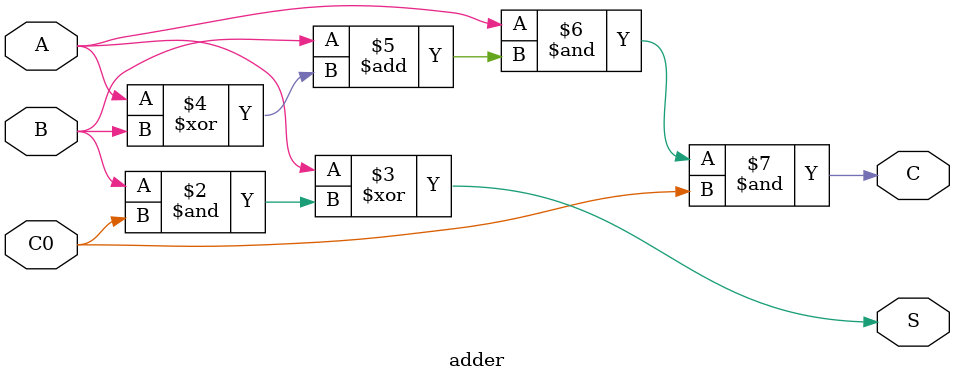
<source format=v>
module adder(A,B,C0,S,C);
	input A,B,C0;
	output S,C;
	wire S,C;
	
	assign S = A^B&(^C0);
	assign C = A&B + (A^B)&C0;
endmodule

</source>
